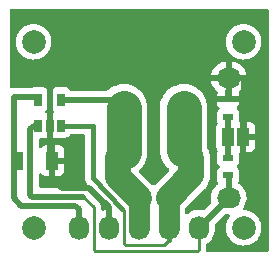
<source format=gbr>
G04 #@! TF.GenerationSoftware,KiCad,Pcbnew,(5.99.0-10512-g56058314be)*
G04 #@! TF.CreationDate,2021-05-05T19:58:24+02:00*
G04 #@! TF.ProjectId,ina169_breakout,696e6131-3639-45f6-9272-65616b6f7574,V1.2*
G04 #@! TF.SameCoordinates,Original*
G04 #@! TF.FileFunction,Copper,L1,Top*
G04 #@! TF.FilePolarity,Positive*
%FSLAX46Y46*%
G04 Gerber Fmt 4.6, Leading zero omitted, Abs format (unit mm)*
G04 Created by KiCad (PCBNEW (5.99.0-10512-g56058314be)) date 2021-05-05 19:58:24*
%MOMM*%
%LPD*%
G01*
G04 APERTURE LIST*
G04 #@! TA.AperFunction,SMDPad,CuDef*
%ADD10R,1.000000X1.600000*%
G04 #@! TD*
G04 #@! TA.AperFunction,SMDPad,CuDef*
%ADD11R,1.000000X3.200000*%
G04 #@! TD*
G04 #@! TA.AperFunction,SMDPad,CuDef*
%ADD12R,0.900000X0.500000*%
G04 #@! TD*
G04 #@! TA.AperFunction,SMDPad,CuDef*
%ADD13R,0.650000X1.060000*%
G04 #@! TD*
G04 #@! TA.AperFunction,ComponentPad*
%ADD14C,2.000000*%
G04 #@! TD*
G04 #@! TA.AperFunction,ComponentPad*
%ADD15O,1.720000X2.032000*%
G04 #@! TD*
G04 #@! TA.AperFunction,ComponentPad*
%ADD16O,2.032000X1.720000*%
G04 #@! TD*
G04 #@! TA.AperFunction,SMDPad,CuDef*
%ADD17R,1.000000X1.500000*%
G04 #@! TD*
G04 #@! TA.AperFunction,Conductor*
%ADD18C,0.254000*%
G04 #@! TD*
G04 #@! TA.AperFunction,Conductor*
%ADD19C,0.508000*%
G04 #@! TD*
G04 #@! TA.AperFunction,Conductor*
%ADD20C,2.200000*%
G04 #@! TD*
G04 #@! TA.AperFunction,Conductor*
%ADD21C,3.000000*%
G04 #@! TD*
G04 #@! TA.AperFunction,Conductor*
%ADD22C,1.778000*%
G04 #@! TD*
G04 #@! TA.AperFunction,Conductor*
%ADD23C,0.400000*%
G04 #@! TD*
G04 APERTURE END LIST*
D10*
X137692000Y-105156000D03*
X140692000Y-105156000D03*
D11*
X152452000Y-104902000D03*
X146252000Y-104902000D03*
D12*
X155575000Y-106414000D03*
X155575000Y-104914000D03*
X155575000Y-101461000D03*
X155575000Y-99961000D03*
D13*
X139512000Y-102192000D03*
X140462000Y-102192000D03*
X141412000Y-102192000D03*
X141412000Y-99992000D03*
X139512000Y-99992000D03*
D14*
X156883100Y-110845600D03*
X156883100Y-95097600D03*
X139103100Y-110845600D03*
X139103100Y-95097600D03*
D15*
X142913100Y-110845600D03*
D16*
X155613100Y-98145600D03*
D15*
X145453100Y-110845600D03*
X147993100Y-110845600D03*
X147993100Y-108305600D03*
X146723100Y-100685600D03*
X151803100Y-100685600D03*
X150533100Y-110845600D03*
X150533100Y-108305600D03*
D16*
X155613100Y-108305600D03*
D15*
X153073100Y-110845600D03*
D17*
X155560000Y-103174800D03*
X156860000Y-103174800D03*
D18*
X155663900Y-98196400D02*
X155613100Y-98145600D01*
D19*
X156883100Y-98209100D02*
X156819600Y-98145600D01*
X156819600Y-98145600D02*
X155613100Y-98145600D01*
X140487400Y-98145600D02*
X140462000Y-98171000D01*
X140462000Y-98171000D02*
X140462000Y-102192000D01*
D18*
X140462000Y-104926000D02*
X140692000Y-105156000D01*
D19*
X140692000Y-106656000D02*
X141477998Y-107441998D01*
X141477998Y-107441998D02*
X143763998Y-107441998D01*
X143763998Y-107441998D02*
X145453100Y-109131100D01*
X145453100Y-109131100D02*
X145453100Y-110845600D01*
X140692000Y-105156000D02*
X140692000Y-106656000D01*
X155613100Y-98145600D02*
X140487400Y-98145600D01*
X140462000Y-102192000D02*
X140462000Y-104926000D01*
X155676600Y-99983860D02*
X155663900Y-98196400D01*
X156883100Y-103225600D02*
X156883100Y-98209100D01*
D18*
X139507572Y-99796328D02*
X139512000Y-99791900D01*
D19*
X137444100Y-99791900D02*
X137414000Y-99822000D01*
X137414000Y-99822000D02*
X137414000Y-104394000D01*
D18*
X137414000Y-104394000D02*
X137692000Y-105156000D01*
D19*
X142913100Y-109258100D02*
X142621000Y-108966000D01*
X142621000Y-108966000D02*
X138049000Y-108966000D01*
X138049000Y-108966000D02*
X137414000Y-108331000D01*
X137414000Y-105434000D02*
X137692000Y-105156000D01*
X137414000Y-105434000D02*
X137414000Y-108331000D01*
X139512000Y-99791900D02*
X137444100Y-99791900D01*
X142913100Y-109258100D02*
X142913100Y-110845600D01*
D18*
X155613100Y-106553700D02*
X155549600Y-106490200D01*
D19*
X139108000Y-102192000D02*
X138811000Y-102489000D01*
X138811000Y-102489000D02*
X138811000Y-108076998D01*
X138811000Y-108076998D02*
X138938002Y-108204000D01*
X138938002Y-108204000D02*
X143256000Y-108204000D01*
D18*
X144183100Y-112420400D02*
X144183100Y-109131100D01*
X153073100Y-112737900D02*
X152971500Y-112839500D01*
X152971500Y-112839500D02*
X144272000Y-112839500D01*
X144272000Y-112839500D02*
X144183100Y-112750600D01*
X144183100Y-112750600D02*
X144183100Y-112420400D01*
X144183100Y-109131100D02*
X143256000Y-108204000D01*
D19*
X153073100Y-110845600D02*
X155613100Y-108305600D01*
X155613100Y-108305600D02*
X155613100Y-106553700D01*
D18*
X153073100Y-110845600D02*
X153073100Y-112737900D01*
D19*
X139108000Y-102192000D02*
X139512000Y-102192000D01*
D20*
X146723100Y-104430900D02*
X146252000Y-104902000D01*
X146252000Y-106564500D02*
X147993100Y-108305600D01*
D18*
X145829400Y-99791900D02*
X146723100Y-100685600D01*
D19*
X146029500Y-99992000D02*
X146723100Y-100685600D01*
D20*
X146252000Y-104902000D02*
X146252000Y-106564500D01*
D21*
X146723100Y-100685600D02*
X146723100Y-104430900D01*
D19*
X141412000Y-99992000D02*
X146029500Y-99992000D01*
D22*
X147993100Y-110845600D02*
X147993100Y-108305600D01*
D18*
X150622000Y-108216700D02*
X150533100Y-108305600D01*
D23*
X144163250Y-106627355D02*
X146612098Y-109274098D01*
D18*
X151803100Y-104253100D02*
X152452000Y-104902000D01*
D20*
X151803100Y-104253100D02*
X152452000Y-104902000D01*
X152452000Y-106386700D02*
X150533100Y-108305600D01*
D23*
X144102000Y-102192000D02*
X144163250Y-102253250D01*
X144163250Y-102253250D02*
X144163250Y-106627355D01*
D18*
X150533100Y-111912398D02*
X150177498Y-112268000D01*
X150177498Y-112268000D02*
X147193000Y-112268000D01*
X146812000Y-112268000D02*
X146723098Y-112179098D01*
X146723098Y-112179098D02*
X146723098Y-109385098D01*
X146723098Y-109385098D02*
X146612098Y-109274098D01*
D22*
X150533100Y-110845600D02*
X150533100Y-108305600D01*
D23*
X141412000Y-102192000D02*
X144102000Y-102192000D01*
D18*
X147193000Y-112268000D02*
X146812000Y-112268000D01*
D23*
X150533100Y-111912398D02*
X150533100Y-110845600D01*
D20*
X152452000Y-104902000D02*
X152452000Y-106386700D01*
D21*
X151803100Y-100685600D02*
X151803100Y-104253100D01*
D18*
X155625800Y-101534660D02*
X155676600Y-101483860D01*
X155549600Y-103289100D02*
X155613100Y-103225600D01*
D19*
X155575000Y-103182500D02*
X155570000Y-103187500D01*
X155575000Y-103192500D02*
X155570000Y-103187500D01*
X155575000Y-101461000D02*
X155575000Y-103182500D01*
X155575000Y-104914000D02*
X155575000Y-103192500D01*
G04 #@! TA.AperFunction,Conductor*
G36*
X158944121Y-92318002D02*
G01*
X158990614Y-92371658D01*
X159002000Y-92424000D01*
X159002000Y-112756000D01*
X158981998Y-112824121D01*
X158928342Y-112870614D01*
X158876000Y-112882000D01*
X153838415Y-112882000D01*
X153770294Y-112861998D01*
X153723801Y-112808342D01*
X153713671Y-112757982D01*
X153713283Y-112758019D01*
X153712932Y-112754307D01*
X153709159Y-112714388D01*
X153708600Y-112702531D01*
X153708600Y-112287740D01*
X153728602Y-112219619D01*
X153769235Y-112180021D01*
X153877796Y-112114145D01*
X153877803Y-112114140D01*
X153882361Y-112111374D01*
X153948335Y-112054125D01*
X154053744Y-111962656D01*
X154053746Y-111962654D01*
X154057777Y-111959156D01*
X154061160Y-111955030D01*
X154061164Y-111955026D01*
X154201652Y-111783687D01*
X154205037Y-111779559D01*
X154319932Y-111577717D01*
X154399177Y-111359403D01*
X154400126Y-111354155D01*
X154439766Y-111134942D01*
X154439767Y-111134935D01*
X154440504Y-111130858D01*
X154441600Y-111107619D01*
X154441600Y-110630673D01*
X154440666Y-110619665D01*
X154454837Y-110550098D01*
X154477120Y-110519918D01*
X155286033Y-109711005D01*
X155348345Y-109676979D01*
X155375128Y-109674100D01*
X155624798Y-109674100D01*
X155692919Y-109694102D01*
X155739412Y-109747758D01*
X155749516Y-109818032D01*
X155724894Y-109876629D01*
X155613975Y-110021705D01*
X155613972Y-110021709D01*
X155610902Y-110025725D01*
X155496185Y-110239672D01*
X155494539Y-110244453D01*
X155494537Y-110244457D01*
X155452044Y-110367865D01*
X155417149Y-110469208D01*
X155375829Y-110708428D01*
X155373287Y-110951176D01*
X155374044Y-110956179D01*
X155374044Y-110956184D01*
X155408831Y-111186204D01*
X155409588Y-111191209D01*
X155411134Y-111196025D01*
X155411135Y-111196028D01*
X155463590Y-111359403D01*
X155483800Y-111422350D01*
X155594011Y-111638653D01*
X155616648Y-111669582D01*
X155698287Y-111781127D01*
X155737388Y-111834552D01*
X155910241Y-112005008D01*
X155914366Y-112007940D01*
X155914369Y-112007942D01*
X156103998Y-112142705D01*
X156104002Y-112142708D01*
X156108123Y-112145636D01*
X156112661Y-112147869D01*
X156112666Y-112147872D01*
X156270702Y-112225635D01*
X156325943Y-112252817D01*
X156330778Y-112254295D01*
X156330780Y-112254296D01*
X156409395Y-112278330D01*
X156558098Y-112323793D01*
X156563117Y-112324480D01*
X156563119Y-112324481D01*
X156698741Y-112343059D01*
X156798614Y-112356740D01*
X156867958Y-112355045D01*
X157036243Y-112350933D01*
X157036247Y-112350933D01*
X157041304Y-112350809D01*
X157279923Y-112306152D01*
X157508334Y-112223920D01*
X157520059Y-112217421D01*
X157649561Y-112145636D01*
X157720658Y-112106226D01*
X157724636Y-112103096D01*
X157724640Y-112103093D01*
X157907458Y-111959229D01*
X157907459Y-111959228D01*
X157911434Y-111956100D01*
X157914856Y-111952379D01*
X158072331Y-111781127D01*
X158072334Y-111781123D01*
X158075754Y-111777404D01*
X158209390Y-111574734D01*
X158261932Y-111457823D01*
X158306830Y-111357922D01*
X158306832Y-111357916D01*
X158308904Y-111353306D01*
X158351046Y-111196028D01*
X158370427Y-111123698D01*
X158370427Y-111123697D01*
X158371735Y-111118816D01*
X158396268Y-110877296D01*
X158396600Y-110845600D01*
X158379308Y-110630673D01*
X158377537Y-110608661D01*
X158377536Y-110608656D01*
X158377131Y-110603620D01*
X158345343Y-110474200D01*
X158320431Y-110372779D01*
X158319224Y-110367865D01*
X158301788Y-110326787D01*
X158226345Y-110149056D01*
X158226345Y-110149055D01*
X158224369Y-110144401D01*
X158095007Y-109938978D01*
X157934465Y-109756879D01*
X157746875Y-109602791D01*
X157537062Y-109480676D01*
X157532335Y-109478862D01*
X157532332Y-109478860D01*
X157315148Y-109395491D01*
X157315144Y-109395490D01*
X157310424Y-109393678D01*
X157305474Y-109392644D01*
X157305471Y-109392643D01*
X157077743Y-109345068D01*
X157077739Y-109345068D01*
X157072792Y-109344034D01*
X156951399Y-109338522D01*
X156884256Y-109315451D01*
X156840245Y-109259742D01*
X156833339Y-109189082D01*
X156856025Y-109137440D01*
X156881050Y-109103805D01*
X156936428Y-109029374D01*
X156939519Y-109023296D01*
X157039269Y-108827100D01*
X157039269Y-108827099D01*
X157041687Y-108822344D01*
X157110559Y-108600539D01*
X157111260Y-108595251D01*
X157140375Y-108375585D01*
X157140375Y-108375581D01*
X157141075Y-108370301D01*
X157132362Y-108138212D01*
X157084669Y-107910910D01*
X157082712Y-107905954D01*
X157082710Y-107905948D01*
X157001319Y-107699855D01*
X156999360Y-107694894D01*
X156878874Y-107496339D01*
X156831287Y-107441500D01*
X156730156Y-107324956D01*
X156730154Y-107324954D01*
X156726656Y-107320923D01*
X156722530Y-107317540D01*
X156722526Y-107317536D01*
X156551187Y-107177048D01*
X156547059Y-107173663D01*
X156542423Y-107171024D01*
X156542420Y-107171022D01*
X156485536Y-107138642D01*
X156436229Y-107087560D01*
X156422368Y-107017929D01*
X156448136Y-106957249D01*
X156446210Y-106956011D01*
X156451082Y-106948431D01*
X156456984Y-106941619D01*
X156517700Y-106808670D01*
X156520025Y-106792501D01*
X156537861Y-106668448D01*
X156537862Y-106668441D01*
X156538500Y-106664000D01*
X156538500Y-106164000D01*
X156533273Y-106090921D01*
X156508767Y-106007459D01*
X156494635Y-105959330D01*
X156494634Y-105959328D01*
X156492096Y-105950684D01*
X156444598Y-105876776D01*
X156417949Y-105835309D01*
X156417947Y-105835306D01*
X156413077Y-105827729D01*
X156406266Y-105821827D01*
X156406264Y-105821825D01*
X156335570Y-105760568D01*
X156297186Y-105700842D01*
X156297186Y-105629846D01*
X156335570Y-105570120D01*
X156349958Y-105559348D01*
X156353689Y-105556950D01*
X156353690Y-105556949D01*
X156361271Y-105552077D01*
X156401046Y-105506175D01*
X156451082Y-105448431D01*
X156451084Y-105448428D01*
X156456984Y-105441619D01*
X156517700Y-105308670D01*
X156528962Y-105230340D01*
X156537861Y-105168448D01*
X156537862Y-105168441D01*
X156538500Y-105164000D01*
X156538500Y-104664000D01*
X156533273Y-104590921D01*
X156531369Y-104584438D01*
X156530171Y-104577796D01*
X156531715Y-104577517D01*
X156531713Y-104514619D01*
X156570095Y-104454892D01*
X156597316Y-104440028D01*
X156604329Y-104431935D01*
X156606000Y-104424252D01*
X156606000Y-103442348D01*
X157114000Y-103442348D01*
X157114000Y-104419685D01*
X157118475Y-104434924D01*
X157119865Y-104436129D01*
X157127548Y-104437800D01*
X157357743Y-104437800D01*
X157362250Y-104437639D01*
X157426269Y-104433060D01*
X157439491Y-104430674D01*
X157564458Y-104393981D01*
X157580692Y-104386567D01*
X157688360Y-104317374D01*
X157701847Y-104305688D01*
X157785662Y-104208960D01*
X157795307Y-104193952D01*
X157848477Y-104077525D01*
X157853502Y-104060412D01*
X157872361Y-103929246D01*
X157873000Y-103920303D01*
X157873000Y-103446915D01*
X157868525Y-103431676D01*
X157867135Y-103430471D01*
X157859452Y-103428800D01*
X157132115Y-103428800D01*
X157116876Y-103433275D01*
X157115671Y-103434665D01*
X157114000Y-103442348D01*
X156606000Y-103442348D01*
X156606000Y-101929915D01*
X156604659Y-101925348D01*
X157114000Y-101925348D01*
X157114000Y-102902685D01*
X157118475Y-102917924D01*
X157119865Y-102919129D01*
X157127548Y-102920800D01*
X157854885Y-102920800D01*
X157870124Y-102916325D01*
X157871329Y-102914935D01*
X157873000Y-102907252D01*
X157873000Y-102427057D01*
X157872839Y-102422550D01*
X157868260Y-102358531D01*
X157865874Y-102345309D01*
X157829181Y-102220342D01*
X157821767Y-102204108D01*
X157752574Y-102096440D01*
X157740888Y-102082953D01*
X157644160Y-101999138D01*
X157629152Y-101989493D01*
X157512725Y-101936323D01*
X157495612Y-101931298D01*
X157364446Y-101912439D01*
X157355505Y-101911800D01*
X157132115Y-101911800D01*
X157116876Y-101916275D01*
X157115671Y-101917665D01*
X157114000Y-101925348D01*
X156604659Y-101925348D01*
X156601525Y-101914676D01*
X156575830Y-101892411D01*
X156576394Y-101891761D01*
X156564469Y-101885251D01*
X156530437Y-101822942D01*
X156528837Y-101778213D01*
X156537860Y-101715459D01*
X156537861Y-101715444D01*
X156538500Y-101711000D01*
X156538500Y-101211000D01*
X156533273Y-101137921D01*
X156509846Y-101058136D01*
X156494635Y-101006330D01*
X156494634Y-101006328D01*
X156492096Y-100997684D01*
X156466419Y-100957730D01*
X156417949Y-100882309D01*
X156417947Y-100882306D01*
X156413077Y-100874729D01*
X156406266Y-100868827D01*
X156406264Y-100868825D01*
X156335180Y-100807230D01*
X156296796Y-100747504D01*
X156296796Y-100676508D01*
X156335180Y-100616782D01*
X156349574Y-100606007D01*
X156353359Y-100603574D01*
X156366847Y-100591888D01*
X156450662Y-100495160D01*
X156460307Y-100480152D01*
X156513477Y-100363725D01*
X156518502Y-100346612D01*
X156535422Y-100228929D01*
X156533416Y-100214973D01*
X156519885Y-100211000D01*
X154630115Y-100211000D01*
X154615186Y-100215384D01*
X154613129Y-100226785D01*
X154616740Y-100277269D01*
X154619126Y-100290491D01*
X154655819Y-100415458D01*
X154663233Y-100431692D01*
X154732426Y-100539360D01*
X154744112Y-100552847D01*
X154814864Y-100614153D01*
X154853248Y-100673879D01*
X154853248Y-100744876D01*
X154814865Y-100804602D01*
X154800475Y-100815374D01*
X154788729Y-100822923D01*
X154782828Y-100829733D01*
X154698918Y-100926569D01*
X154698916Y-100926572D01*
X154693016Y-100933381D01*
X154632300Y-101066330D01*
X154631018Y-101075245D01*
X154631018Y-101075246D01*
X154612139Y-101206552D01*
X154612138Y-101206559D01*
X154611500Y-101211000D01*
X154611500Y-101711000D01*
X154616727Y-101784079D01*
X154618631Y-101790562D01*
X154654417Y-101912439D01*
X154657904Y-101924316D01*
X154662776Y-101931897D01*
X154662777Y-101931899D01*
X154676417Y-101953124D01*
X154696419Y-102021244D01*
X154676417Y-102089365D01*
X154665644Y-102103756D01*
X154628016Y-102147181D01*
X154567300Y-102280130D01*
X154566018Y-102289045D01*
X154566018Y-102289046D01*
X154547139Y-102420352D01*
X154547138Y-102420359D01*
X154546500Y-102424800D01*
X154546500Y-103924800D01*
X154551727Y-103997879D01*
X154592904Y-104138116D01*
X154610352Y-104165266D01*
X154667051Y-104253491D01*
X154667053Y-104253494D01*
X154671923Y-104261071D01*
X154672500Y-104261571D01*
X154700262Y-104322362D01*
X154690159Y-104392636D01*
X154661728Y-104454892D01*
X154632300Y-104519330D01*
X154631018Y-104528245D01*
X154631018Y-104528246D01*
X154612139Y-104659552D01*
X154612138Y-104659559D01*
X154611500Y-104664000D01*
X154611500Y-105164000D01*
X154616727Y-105237079D01*
X154657904Y-105377316D01*
X154662775Y-105384895D01*
X154732051Y-105492691D01*
X154732053Y-105492694D01*
X154736923Y-105500271D01*
X154743734Y-105506173D01*
X154743736Y-105506175D01*
X154814430Y-105567432D01*
X154852814Y-105627158D01*
X154852814Y-105698154D01*
X154814430Y-105757880D01*
X154800042Y-105768652D01*
X154796311Y-105771050D01*
X154788729Y-105775923D01*
X154782828Y-105782733D01*
X154698918Y-105879569D01*
X154698916Y-105879572D01*
X154693016Y-105886381D01*
X154689272Y-105894579D01*
X154659192Y-105960446D01*
X154632300Y-106019330D01*
X154631018Y-106028245D01*
X154631018Y-106028246D01*
X154612139Y-106159552D01*
X154612138Y-106159559D01*
X154611500Y-106164000D01*
X154611500Y-106664000D01*
X154616727Y-106737079D01*
X154657904Y-106877316D01*
X154662774Y-106884894D01*
X154662775Y-106884896D01*
X154733195Y-106994471D01*
X154753197Y-107062592D01*
X154733195Y-107130713D01*
X154697565Y-107167111D01*
X154596460Y-107235179D01*
X154592603Y-107238858D01*
X154592601Y-107238860D01*
X154511926Y-107315820D01*
X154428409Y-107395491D01*
X154289772Y-107581826D01*
X154287356Y-107586577D01*
X154287354Y-107586581D01*
X154229763Y-107699855D01*
X154184513Y-107788856D01*
X154115641Y-108010661D01*
X154114940Y-108015948D01*
X154114940Y-108015949D01*
X154098029Y-108143543D01*
X154085125Y-108240899D01*
X154093838Y-108472988D01*
X154127274Y-108632341D01*
X154121687Y-108703115D01*
X154093054Y-108747308D01*
X153516597Y-109323765D01*
X153454285Y-109357791D01*
X153390137Y-109355002D01*
X153373140Y-109349724D01*
X153373130Y-109349722D01*
X153368039Y-109348141D01*
X153362752Y-109347440D01*
X153362751Y-109347440D01*
X153143085Y-109318325D01*
X153143081Y-109318325D01*
X153137801Y-109317625D01*
X153132472Y-109317825D01*
X153132470Y-109317825D01*
X153021757Y-109321981D01*
X152905712Y-109326338D01*
X152678410Y-109374031D01*
X152673454Y-109375988D01*
X152673448Y-109375990D01*
X152518848Y-109437045D01*
X152462394Y-109459340D01*
X152263839Y-109579826D01*
X152259809Y-109583323D01*
X152139180Y-109687999D01*
X152074620Y-109717538D01*
X152004339Y-109707484D01*
X151950651Y-109661029D01*
X151930600Y-109592833D01*
X151930600Y-109235052D01*
X151950602Y-109166931D01*
X151967505Y-109145957D01*
X153540949Y-107572513D01*
X153548214Y-107565797D01*
X153589155Y-107530830D01*
X153592917Y-107527617D01*
X153665712Y-107442385D01*
X153754134Y-107338857D01*
X153754138Y-107338852D01*
X153757349Y-107335092D01*
X153889639Y-107119214D01*
X153895331Y-107105474D01*
X153984636Y-106889872D01*
X153984637Y-106889870D01*
X153986530Y-106885299D01*
X154026664Y-106718128D01*
X154044480Y-106643920D01*
X154044481Y-106643914D01*
X154045635Y-106639107D01*
X154060500Y-106450231D01*
X154065500Y-106386700D01*
X154065104Y-106381662D01*
X154060888Y-106328100D01*
X154060500Y-106318214D01*
X154060500Y-104970487D01*
X154060888Y-104960601D01*
X154065112Y-104906930D01*
X154065500Y-104902000D01*
X154051976Y-104730156D01*
X154045635Y-104649593D01*
X153986530Y-104403401D01*
X153955186Y-104327729D01*
X153891534Y-104174060D01*
X153891532Y-104174056D01*
X153889639Y-104169486D01*
X153830167Y-104072436D01*
X153811600Y-104006602D01*
X153811600Y-100614096D01*
X153811447Y-100611906D01*
X153797312Y-100409760D01*
X153797311Y-100409755D01*
X153797005Y-100405375D01*
X153738600Y-100130604D01*
X153691490Y-100001169D01*
X153644033Y-99870781D01*
X153644031Y-99870777D01*
X153642524Y-99866636D01*
X153640456Y-99862746D01*
X153640453Y-99862740D01*
X153512715Y-99622500D01*
X153512711Y-99622494D01*
X153510645Y-99618608D01*
X153466811Y-99558275D01*
X153348119Y-99394910D01*
X153348117Y-99394907D01*
X153345530Y-99391347D01*
X153247928Y-99290277D01*
X153153448Y-99192440D01*
X153153444Y-99192437D01*
X153150394Y-99189278D01*
X153146930Y-99186572D01*
X153146926Y-99186568D01*
X152932501Y-99019041D01*
X152932502Y-99019041D01*
X152929035Y-99016333D01*
X152786437Y-98934004D01*
X152689580Y-98878083D01*
X152689575Y-98878080D01*
X152685760Y-98875878D01*
X152681676Y-98874228D01*
X152681670Y-98874225D01*
X152429387Y-98772297D01*
X152425306Y-98770648D01*
X152385211Y-98760651D01*
X152157012Y-98703755D01*
X152157014Y-98703755D01*
X152152741Y-98702690D01*
X152148373Y-98702231D01*
X152148368Y-98702230D01*
X151877739Y-98673786D01*
X151877736Y-98673786D01*
X151873370Y-98673327D01*
X151868982Y-98673480D01*
X151868976Y-98673480D01*
X151597029Y-98682976D01*
X151597022Y-98682977D01*
X151592632Y-98683130D01*
X151588308Y-98683893D01*
X151588303Y-98683893D01*
X151475663Y-98703755D01*
X151315990Y-98731910D01*
X151048830Y-98818715D01*
X151044877Y-98820643D01*
X151044872Y-98820645D01*
X150955254Y-98864355D01*
X150796350Y-98941858D01*
X150792711Y-98944313D01*
X150792705Y-98944316D01*
X150685936Y-99016333D01*
X150563466Y-99098940D01*
X150354709Y-99286905D01*
X150292201Y-99361399D01*
X150176972Y-99498723D01*
X150176968Y-99498728D01*
X150174144Y-99502094D01*
X150025285Y-99740319D01*
X149911029Y-99996942D01*
X149833600Y-100266970D01*
X149832989Y-100271320D01*
X149832988Y-100271323D01*
X149830294Y-100290491D01*
X149794600Y-100544469D01*
X149794600Y-104324604D01*
X149794753Y-104326790D01*
X149794753Y-104326794D01*
X149808840Y-104528246D01*
X149809195Y-104533325D01*
X149867600Y-104808096D01*
X149869103Y-104812225D01*
X149869104Y-104812229D01*
X149899984Y-104897070D01*
X149963676Y-105072064D01*
X149965744Y-105075954D01*
X149965747Y-105075960D01*
X150093485Y-105316200D01*
X150093489Y-105316206D01*
X150095555Y-105320092D01*
X150098142Y-105323652D01*
X150098144Y-105323656D01*
X150226463Y-105500271D01*
X150260670Y-105547353D01*
X150263726Y-105550517D01*
X150263728Y-105550520D01*
X150408893Y-105700842D01*
X150455806Y-105749422D01*
X150544958Y-105819075D01*
X150586323Y-105876776D01*
X150589926Y-105947681D01*
X150556479Y-106007459D01*
X149352195Y-107211743D01*
X149289883Y-107245769D01*
X149219068Y-107240704D01*
X149174005Y-107211743D01*
X148065613Y-106103351D01*
X148031587Y-106041039D01*
X148036652Y-105970224D01*
X148070397Y-105920620D01*
X148085796Y-105906755D01*
X148171491Y-105829595D01*
X148248353Y-105737994D01*
X148349228Y-105617777D01*
X148349232Y-105617772D01*
X148352056Y-105614406D01*
X148476986Y-105414475D01*
X148498588Y-105379905D01*
X148500915Y-105376181D01*
X148615171Y-105119558D01*
X148692600Y-104849530D01*
X148731600Y-104572031D01*
X148731600Y-100614096D01*
X148731447Y-100611906D01*
X148717312Y-100409760D01*
X148717311Y-100409755D01*
X148717005Y-100405375D01*
X148658600Y-100130604D01*
X148611490Y-100001169D01*
X148564033Y-99870781D01*
X148564031Y-99870777D01*
X148562524Y-99866636D01*
X148560456Y-99862746D01*
X148560453Y-99862740D01*
X148432715Y-99622500D01*
X148432711Y-99622494D01*
X148430645Y-99618608D01*
X148386811Y-99558275D01*
X148268119Y-99394910D01*
X148268117Y-99394907D01*
X148265530Y-99391347D01*
X148167928Y-99290277D01*
X148073448Y-99192440D01*
X148073444Y-99192437D01*
X148070394Y-99189278D01*
X148066930Y-99186572D01*
X148066926Y-99186568D01*
X147852501Y-99019041D01*
X147852502Y-99019041D01*
X147849035Y-99016333D01*
X147706437Y-98934004D01*
X147609580Y-98878083D01*
X147609575Y-98878080D01*
X147605760Y-98875878D01*
X147601676Y-98874228D01*
X147601670Y-98874225D01*
X147349387Y-98772297D01*
X147345306Y-98770648D01*
X147305211Y-98760651D01*
X147077012Y-98703755D01*
X147077014Y-98703755D01*
X147072741Y-98702690D01*
X147068373Y-98702231D01*
X147068368Y-98702230D01*
X146797739Y-98673786D01*
X146797736Y-98673786D01*
X146793370Y-98673327D01*
X146788982Y-98673480D01*
X146788976Y-98673480D01*
X146517029Y-98682976D01*
X146517022Y-98682977D01*
X146512632Y-98683130D01*
X146508308Y-98683893D01*
X146508303Y-98683893D01*
X146395663Y-98703755D01*
X146235990Y-98731910D01*
X145968830Y-98818715D01*
X145964877Y-98820643D01*
X145964872Y-98820645D01*
X145875254Y-98864355D01*
X145716350Y-98941858D01*
X145712711Y-98944313D01*
X145712705Y-98944316D01*
X145605936Y-99016333D01*
X145483466Y-99098940D01*
X145480197Y-99101884D01*
X145480195Y-99101885D01*
X145374408Y-99197136D01*
X145310401Y-99227854D01*
X145290098Y-99229500D01*
X142260568Y-99229500D01*
X142192447Y-99209498D01*
X142154570Y-99171621D01*
X142146486Y-99159042D01*
X142125077Y-99125729D01*
X142097560Y-99101885D01*
X142021431Y-99035918D01*
X142021428Y-99035916D01*
X142014619Y-99030016D01*
X141881670Y-98969300D01*
X141872755Y-98968018D01*
X141872754Y-98968018D01*
X141741448Y-98949139D01*
X141741441Y-98949138D01*
X141737000Y-98948500D01*
X141087000Y-98948500D01*
X141013921Y-98953727D01*
X140960884Y-98969300D01*
X140882330Y-98992365D01*
X140882328Y-98992366D01*
X140873684Y-98994904D01*
X140866105Y-98999775D01*
X140758309Y-99069051D01*
X140758306Y-99069053D01*
X140750729Y-99073923D01*
X140744828Y-99080733D01*
X140660918Y-99177569D01*
X140660916Y-99177572D01*
X140655016Y-99184381D01*
X140594300Y-99317330D01*
X140593018Y-99326245D01*
X140593018Y-99326246D01*
X140587964Y-99361399D01*
X140558471Y-99425980D01*
X140498745Y-99464364D01*
X140427748Y-99464364D01*
X140368022Y-99425981D01*
X140342350Y-99378966D01*
X140306635Y-99257330D01*
X140306634Y-99257328D01*
X140304096Y-99248684D01*
X140258393Y-99177569D01*
X140229949Y-99133309D01*
X140229947Y-99133306D01*
X140225077Y-99125729D01*
X140197560Y-99101885D01*
X140121431Y-99035918D01*
X140121428Y-99035916D01*
X140114619Y-99030016D01*
X139981670Y-98969300D01*
X139972755Y-98968018D01*
X139972754Y-98968018D01*
X139841448Y-98949139D01*
X139841441Y-98949138D01*
X139837000Y-98948500D01*
X139187000Y-98948500D01*
X139113921Y-98953727D01*
X139048140Y-98973042D01*
X138982334Y-98992364D01*
X138982333Y-98992364D01*
X138973684Y-98994904D01*
X138951132Y-99009398D01*
X138883012Y-99029400D01*
X137510212Y-99029400D01*
X137491264Y-99027967D01*
X137480121Y-99026272D01*
X137478117Y-99025967D01*
X137478115Y-99025967D01*
X137470885Y-99024867D01*
X137463593Y-99025460D01*
X137463590Y-99025460D01*
X137420257Y-99028985D01*
X137410042Y-99029400D01*
X137401214Y-99029400D01*
X137397592Y-99029822D01*
X137397579Y-99029823D01*
X137371212Y-99032897D01*
X137366854Y-99033328D01*
X137339243Y-99035574D01*
X137301008Y-99038684D01*
X137301004Y-99038685D01*
X137293711Y-99039278D01*
X137286751Y-99041533D01*
X137280768Y-99042728D01*
X137274807Y-99044137D01*
X137267537Y-99044985D01*
X137250694Y-99051099D01*
X137246994Y-99052442D01*
X137176136Y-99056885D01*
X137114125Y-99022313D01*
X137080649Y-98959705D01*
X137078000Y-98934004D01*
X137078000Y-98414180D01*
X154115579Y-98414180D01*
X154140913Y-98534919D01*
X154143973Y-98545116D01*
X154225325Y-98751114D01*
X154230059Y-98760651D01*
X154344960Y-98950003D01*
X154351231Y-98958601D01*
X154496388Y-99125880D01*
X154504023Y-99133306D01*
X154668702Y-99268333D01*
X154708696Y-99326992D01*
X154710628Y-99397963D01*
X154694810Y-99433887D01*
X154689693Y-99441850D01*
X154636523Y-99558275D01*
X154631498Y-99575388D01*
X154614578Y-99693071D01*
X154616584Y-99707027D01*
X154630115Y-99711000D01*
X155306885Y-99711000D01*
X155322124Y-99706525D01*
X155323329Y-99705135D01*
X155325000Y-99697452D01*
X155325000Y-99567148D01*
X155825000Y-99567148D01*
X155825000Y-99692885D01*
X155829475Y-99708124D01*
X155830865Y-99709329D01*
X155838548Y-99711000D01*
X156519885Y-99711000D01*
X156534814Y-99706616D01*
X156536871Y-99695215D01*
X156533260Y-99644731D01*
X156530874Y-99631509D01*
X156494181Y-99506542D01*
X156486769Y-99490312D01*
X156473318Y-99469382D01*
X156453316Y-99401261D01*
X156473318Y-99333141D01*
X156508949Y-99296741D01*
X156625001Y-99218611D01*
X156633286Y-99211950D01*
X156793559Y-99059056D01*
X156800599Y-99051099D01*
X156932817Y-98873392D01*
X156938421Y-98864355D01*
X157038806Y-98666912D01*
X157042806Y-98657061D01*
X157108489Y-98445527D01*
X157110772Y-98435143D01*
X157113103Y-98417557D01*
X157110907Y-98403393D01*
X157097720Y-98399600D01*
X155885215Y-98399600D01*
X155869976Y-98404075D01*
X155868771Y-98405465D01*
X155867100Y-98413148D01*
X155867100Y-99465812D01*
X155847098Y-99533933D01*
X155836325Y-99548324D01*
X155826671Y-99559465D01*
X155825000Y-99567148D01*
X155325000Y-99567148D01*
X155325000Y-99241555D01*
X155345002Y-99173434D01*
X155355776Y-99159042D01*
X155357429Y-99157135D01*
X155359100Y-99149452D01*
X155359100Y-98417715D01*
X155354625Y-98402476D01*
X155353235Y-98401271D01*
X155345552Y-98399600D01*
X154130635Y-98399600D01*
X154117104Y-98403573D01*
X154115579Y-98414180D01*
X137078000Y-98414180D01*
X137078000Y-97873643D01*
X154113097Y-97873643D01*
X154115293Y-97887807D01*
X154128480Y-97891600D01*
X155340985Y-97891600D01*
X155356224Y-97887125D01*
X155357429Y-97885735D01*
X155359100Y-97878052D01*
X155359100Y-96799030D01*
X155356786Y-96791148D01*
X155867100Y-96791148D01*
X155867100Y-97873485D01*
X155871575Y-97888724D01*
X155872965Y-97889929D01*
X155880648Y-97891600D01*
X157095565Y-97891600D01*
X157109096Y-97887627D01*
X157110621Y-97877020D01*
X157085287Y-97756281D01*
X157082227Y-97746084D01*
X157000875Y-97540086D01*
X156996141Y-97530549D01*
X156881240Y-97341197D01*
X156874969Y-97332599D01*
X156729812Y-97165320D01*
X156722176Y-97157894D01*
X156550904Y-97017459D01*
X156542137Y-97011434D01*
X156349651Y-96901865D01*
X156339987Y-96897399D01*
X156131788Y-96821826D01*
X156121521Y-96819056D01*
X155902395Y-96779432D01*
X155894165Y-96778498D01*
X155883820Y-96778010D01*
X155869976Y-96782075D01*
X155868771Y-96783465D01*
X155867100Y-96791148D01*
X155356786Y-96791148D01*
X155354790Y-96784352D01*
X155342907Y-96782289D01*
X155231075Y-96791778D01*
X155220603Y-96793568D01*
X155006214Y-96849213D01*
X154996174Y-96852748D01*
X154794223Y-96943721D01*
X154784937Y-96948890D01*
X154601199Y-97072589D01*
X154592914Y-97079250D01*
X154432641Y-97232144D01*
X154425601Y-97240101D01*
X154293383Y-97417808D01*
X154287779Y-97426845D01*
X154187394Y-97624288D01*
X154183394Y-97634139D01*
X154117711Y-97845673D01*
X154115428Y-97856057D01*
X154113097Y-97873643D01*
X137078000Y-97873643D01*
X137078000Y-95203176D01*
X137593287Y-95203176D01*
X137629588Y-95443209D01*
X137631134Y-95448025D01*
X137631135Y-95448028D01*
X137680064Y-95600421D01*
X137703800Y-95674350D01*
X137814011Y-95890653D01*
X137817001Y-95894738D01*
X137918287Y-96033127D01*
X137957388Y-96086552D01*
X138130241Y-96257008D01*
X138134366Y-96259940D01*
X138134369Y-96259942D01*
X138323998Y-96394705D01*
X138324002Y-96394708D01*
X138328123Y-96397636D01*
X138332661Y-96399869D01*
X138332666Y-96399872D01*
X138490702Y-96477635D01*
X138545943Y-96504817D01*
X138550778Y-96506295D01*
X138550780Y-96506296D01*
X138629395Y-96530330D01*
X138778098Y-96575793D01*
X138783117Y-96576480D01*
X138783119Y-96576481D01*
X138958340Y-96600483D01*
X139018614Y-96608740D01*
X139087958Y-96607045D01*
X139256243Y-96602933D01*
X139256247Y-96602933D01*
X139261304Y-96602809D01*
X139499923Y-96558152D01*
X139728334Y-96475920D01*
X139940658Y-96358226D01*
X139944636Y-96355096D01*
X139944640Y-96355093D01*
X140127458Y-96211229D01*
X140127459Y-96211228D01*
X140131434Y-96208100D01*
X140243204Y-96086552D01*
X140292331Y-96033127D01*
X140292334Y-96033123D01*
X140295754Y-96029404D01*
X140429390Y-95826734D01*
X140495846Y-95678863D01*
X140526830Y-95609922D01*
X140526832Y-95609916D01*
X140528904Y-95605306D01*
X140571046Y-95448028D01*
X140590427Y-95375698D01*
X140590427Y-95375697D01*
X140591735Y-95370816D01*
X140608763Y-95203176D01*
X155373287Y-95203176D01*
X155409588Y-95443209D01*
X155411134Y-95448025D01*
X155411135Y-95448028D01*
X155460064Y-95600421D01*
X155483800Y-95674350D01*
X155594011Y-95890653D01*
X155597001Y-95894738D01*
X155698287Y-96033127D01*
X155737388Y-96086552D01*
X155910241Y-96257008D01*
X155914366Y-96259940D01*
X155914369Y-96259942D01*
X156103998Y-96394705D01*
X156104002Y-96394708D01*
X156108123Y-96397636D01*
X156112661Y-96399869D01*
X156112666Y-96399872D01*
X156270702Y-96477635D01*
X156325943Y-96504817D01*
X156330778Y-96506295D01*
X156330780Y-96506296D01*
X156409395Y-96530330D01*
X156558098Y-96575793D01*
X156563117Y-96576480D01*
X156563119Y-96576481D01*
X156738340Y-96600483D01*
X156798614Y-96608740D01*
X156867958Y-96607045D01*
X157036243Y-96602933D01*
X157036247Y-96602933D01*
X157041304Y-96602809D01*
X157279923Y-96558152D01*
X157508334Y-96475920D01*
X157720658Y-96358226D01*
X157724636Y-96355096D01*
X157724640Y-96355093D01*
X157907458Y-96211229D01*
X157907459Y-96211228D01*
X157911434Y-96208100D01*
X158023204Y-96086552D01*
X158072331Y-96033127D01*
X158072334Y-96033123D01*
X158075754Y-96029404D01*
X158209390Y-95826734D01*
X158275846Y-95678863D01*
X158306830Y-95609922D01*
X158306832Y-95609916D01*
X158308904Y-95605306D01*
X158351046Y-95448028D01*
X158370427Y-95375698D01*
X158370427Y-95375697D01*
X158371735Y-95370816D01*
X158396268Y-95129296D01*
X158396600Y-95097600D01*
X158377131Y-94855620D01*
X158345343Y-94726200D01*
X158320431Y-94624779D01*
X158319224Y-94619865D01*
X158266841Y-94496457D01*
X158226345Y-94401056D01*
X158226345Y-94401055D01*
X158224369Y-94396401D01*
X158095007Y-94190978D01*
X157934465Y-94008879D01*
X157746875Y-93854791D01*
X157537062Y-93732676D01*
X157532335Y-93730862D01*
X157532332Y-93730860D01*
X157315148Y-93647491D01*
X157315144Y-93647490D01*
X157310424Y-93645678D01*
X157305474Y-93644644D01*
X157305471Y-93644643D01*
X157077743Y-93597068D01*
X157077739Y-93597068D01*
X157072792Y-93596034D01*
X156830280Y-93585022D01*
X156825260Y-93585603D01*
X156825256Y-93585603D01*
X156594156Y-93612342D01*
X156589126Y-93612924D01*
X156584255Y-93614302D01*
X156584252Y-93614303D01*
X156477055Y-93644637D01*
X156355536Y-93679024D01*
X156245528Y-93730321D01*
X156140101Y-93779482D01*
X156140097Y-93779484D01*
X156135519Y-93781619D01*
X155934735Y-93918072D01*
X155758350Y-94084871D01*
X155755272Y-94088897D01*
X155755271Y-94088898D01*
X155613975Y-94273705D01*
X155613972Y-94273709D01*
X155610902Y-94277725D01*
X155496185Y-94491672D01*
X155494539Y-94496453D01*
X155494537Y-94496457D01*
X155452044Y-94619865D01*
X155417149Y-94721208D01*
X155375829Y-94960428D01*
X155373287Y-95203176D01*
X140608763Y-95203176D01*
X140616268Y-95129296D01*
X140616600Y-95097600D01*
X140597131Y-94855620D01*
X140565343Y-94726200D01*
X140540431Y-94624779D01*
X140539224Y-94619865D01*
X140486841Y-94496457D01*
X140446345Y-94401056D01*
X140446345Y-94401055D01*
X140444369Y-94396401D01*
X140315007Y-94190978D01*
X140154465Y-94008879D01*
X139966875Y-93854791D01*
X139757062Y-93732676D01*
X139752335Y-93730862D01*
X139752332Y-93730860D01*
X139535148Y-93647491D01*
X139535144Y-93647490D01*
X139530424Y-93645678D01*
X139525474Y-93644644D01*
X139525471Y-93644643D01*
X139297743Y-93597068D01*
X139297739Y-93597068D01*
X139292792Y-93596034D01*
X139050280Y-93585022D01*
X139045260Y-93585603D01*
X139045256Y-93585603D01*
X138814156Y-93612342D01*
X138809126Y-93612924D01*
X138804255Y-93614302D01*
X138804252Y-93614303D01*
X138697055Y-93644637D01*
X138575536Y-93679024D01*
X138465528Y-93730321D01*
X138360101Y-93779482D01*
X138360097Y-93779484D01*
X138355519Y-93781619D01*
X138154735Y-93918072D01*
X137978350Y-94084871D01*
X137975272Y-94088897D01*
X137975271Y-94088898D01*
X137833975Y-94273705D01*
X137833972Y-94273709D01*
X137830902Y-94277725D01*
X137716185Y-94491672D01*
X137714539Y-94496453D01*
X137714537Y-94496457D01*
X137672044Y-94619865D01*
X137637149Y-94721208D01*
X137595829Y-94960428D01*
X137593287Y-95203176D01*
X137078000Y-95203176D01*
X137078000Y-92424000D01*
X137098002Y-92355879D01*
X137151658Y-92309386D01*
X137204000Y-92298000D01*
X158876000Y-92298000D01*
X158944121Y-92318002D01*
G37*
G04 #@! TD.AperFunction*
G04 #@! TA.AperFunction,Conductor*
G36*
X140555978Y-102758019D02*
G01*
X140581650Y-102805034D01*
X140615642Y-102920800D01*
X140619904Y-102935316D01*
X140655960Y-102991420D01*
X140695998Y-103053720D01*
X140716000Y-103121841D01*
X140716000Y-103216885D01*
X140720475Y-103232124D01*
X140721865Y-103233329D01*
X140729548Y-103235000D01*
X140784743Y-103235000D01*
X140789250Y-103234839D01*
X140853269Y-103230260D01*
X140866488Y-103227875D01*
X140895238Y-103219433D01*
X140948667Y-103215611D01*
X141053997Y-103230755D01*
X141082555Y-103234861D01*
X141082556Y-103234861D01*
X141087000Y-103235500D01*
X141737000Y-103235500D01*
X141810079Y-103230273D01*
X141888165Y-103207345D01*
X141941670Y-103191635D01*
X141941672Y-103191634D01*
X141950316Y-103189096D01*
X142004951Y-103153984D01*
X142065691Y-103114949D01*
X142065694Y-103114947D01*
X142073271Y-103110077D01*
X142079172Y-103103267D01*
X142163082Y-103006431D01*
X142163084Y-103006428D01*
X142168984Y-102999619D01*
X142172728Y-102991421D01*
X142172729Y-102991420D01*
X142180613Y-102974156D01*
X142227106Y-102920501D01*
X142295226Y-102900500D01*
X143328750Y-102900500D01*
X143396871Y-102920502D01*
X143443364Y-102974158D01*
X143454750Y-103026500D01*
X143454750Y-106584282D01*
X143454031Y-106597725D01*
X143449815Y-106637017D01*
X143450829Y-106644540D01*
X143450829Y-106644541D01*
X143460519Y-106716435D01*
X143460735Y-106718128D01*
X143470346Y-106797549D01*
X143472064Y-106802096D01*
X143472714Y-106806917D01*
X143502063Y-106881514D01*
X143502642Y-106883018D01*
X143521688Y-106933421D01*
X143530944Y-106957917D01*
X143533699Y-106961925D01*
X143535479Y-106966450D01*
X143539861Y-106972645D01*
X143539863Y-106972648D01*
X143581725Y-107031823D01*
X143582681Y-107033194D01*
X143628046Y-107099201D01*
X143660702Y-107128297D01*
X143669354Y-107136788D01*
X144311166Y-107830466D01*
X145673586Y-109302986D01*
X145705167Y-109366572D01*
X145707100Y-109388557D01*
X145707100Y-110973600D01*
X145687098Y-111041721D01*
X145633442Y-111088214D01*
X145581100Y-111099600D01*
X145325100Y-111099600D01*
X145256979Y-111079598D01*
X145210486Y-111025942D01*
X145199100Y-110973600D01*
X145199100Y-109363135D01*
X145195127Y-109349604D01*
X145184520Y-109348079D01*
X145063781Y-109373413D01*
X145053583Y-109376473D01*
X144990881Y-109401235D01*
X144920175Y-109407653D01*
X144857224Y-109374825D01*
X144822014Y-109313175D01*
X144818600Y-109284043D01*
X144818600Y-109209583D01*
X144819111Y-109198739D01*
X144820757Y-109191376D01*
X144818662Y-109124711D01*
X144818600Y-109120753D01*
X144818600Y-109091520D01*
X144818038Y-109087069D01*
X144817108Y-109075251D01*
X144815963Y-109038823D01*
X144815963Y-109038822D01*
X144815714Y-109030903D01*
X144810036Y-109011358D01*
X144806031Y-108992019D01*
X144803478Y-108971814D01*
X144800559Y-108964441D01*
X144787144Y-108930557D01*
X144783299Y-108919328D01*
X144773133Y-108884339D01*
X144770922Y-108876727D01*
X144760561Y-108859207D01*
X144751866Y-108841460D01*
X144744374Y-108822537D01*
X144718300Y-108786649D01*
X144711782Y-108776727D01*
X144692236Y-108743676D01*
X144692234Y-108743673D01*
X144689194Y-108738533D01*
X144688656Y-108737924D01*
X144674618Y-108723886D01*
X144661777Y-108708852D01*
X144654664Y-108699061D01*
X144654661Y-108699058D01*
X144650004Y-108692648D01*
X144616227Y-108664706D01*
X144607448Y-108656716D01*
X144031832Y-108081099D01*
X143996748Y-108013344D01*
X143993513Y-107994519D01*
X143992273Y-107987303D01*
X143922675Y-107823735D01*
X143918342Y-107817847D01*
X143918339Y-107817842D01*
X143821656Y-107686466D01*
X143817314Y-107680566D01*
X143795756Y-107662251D01*
X143687422Y-107570214D01*
X143687418Y-107570211D01*
X143681843Y-107565475D01*
X143523529Y-107484636D01*
X143516420Y-107482896D01*
X143516416Y-107482895D01*
X143430183Y-107461794D01*
X143350864Y-107442385D01*
X143345267Y-107442038D01*
X143345262Y-107442037D01*
X143338539Y-107441620D01*
X143338526Y-107441620D01*
X143336598Y-107441500D01*
X139699500Y-107441500D01*
X139631379Y-107421498D01*
X139584886Y-107367842D01*
X139573500Y-107315500D01*
X139573500Y-106361447D01*
X139593502Y-106293326D01*
X139647158Y-106246833D01*
X139717432Y-106236729D01*
X139782012Y-106266223D01*
X139794725Y-106278935D01*
X139811111Y-106297846D01*
X139907840Y-106381662D01*
X139922848Y-106391307D01*
X140039275Y-106444477D01*
X140056388Y-106449502D01*
X140187554Y-106468361D01*
X140196495Y-106469000D01*
X140419885Y-106469000D01*
X140435124Y-106464525D01*
X140436329Y-106463135D01*
X140438000Y-106455452D01*
X140438000Y-105423548D01*
X140946000Y-105423548D01*
X140946000Y-106450885D01*
X140950475Y-106466124D01*
X140951865Y-106467329D01*
X140959548Y-106469000D01*
X141189743Y-106469000D01*
X141194250Y-106468839D01*
X141258269Y-106464260D01*
X141271491Y-106461874D01*
X141396458Y-106425181D01*
X141412692Y-106417767D01*
X141520360Y-106348574D01*
X141533847Y-106336888D01*
X141617662Y-106240160D01*
X141627307Y-106225152D01*
X141680477Y-106108725D01*
X141685502Y-106091612D01*
X141704361Y-105960446D01*
X141705000Y-105951505D01*
X141705000Y-105428115D01*
X141700525Y-105412876D01*
X141699135Y-105411671D01*
X141691452Y-105410000D01*
X140964115Y-105410000D01*
X140948876Y-105414475D01*
X140947671Y-105415865D01*
X140946000Y-105423548D01*
X140438000Y-105423548D01*
X140438000Y-103861115D01*
X140436659Y-103856548D01*
X140946000Y-103856548D01*
X140946000Y-104883885D01*
X140950475Y-104899124D01*
X140951865Y-104900329D01*
X140959548Y-104902000D01*
X141686885Y-104902000D01*
X141702124Y-104897525D01*
X141703329Y-104896135D01*
X141705000Y-104888452D01*
X141705000Y-104358257D01*
X141704839Y-104353750D01*
X141700260Y-104289731D01*
X141697874Y-104276509D01*
X141661181Y-104151542D01*
X141653767Y-104135308D01*
X141584574Y-104027640D01*
X141572888Y-104014153D01*
X141476160Y-103930338D01*
X141461152Y-103920693D01*
X141344725Y-103867523D01*
X141327612Y-103862498D01*
X141196446Y-103843639D01*
X141187505Y-103843000D01*
X140964115Y-103843000D01*
X140948876Y-103847475D01*
X140947671Y-103848865D01*
X140946000Y-103856548D01*
X140436659Y-103856548D01*
X140433525Y-103845876D01*
X140432135Y-103844671D01*
X140424452Y-103843000D01*
X140194257Y-103843000D01*
X140189750Y-103843161D01*
X140125731Y-103847740D01*
X140112509Y-103850126D01*
X139987542Y-103886819D01*
X139971308Y-103894233D01*
X139863640Y-103963426D01*
X139850153Y-103975112D01*
X139794725Y-104039080D01*
X139734999Y-104077464D01*
X139664002Y-104077464D01*
X139604276Y-104039081D01*
X139574783Y-103974500D01*
X139573500Y-103956568D01*
X139573500Y-103361500D01*
X139593502Y-103293379D01*
X139647158Y-103246886D01*
X139699500Y-103235500D01*
X139837000Y-103235500D01*
X139910079Y-103230273D01*
X139947562Y-103219267D01*
X140000992Y-103215445D01*
X140132554Y-103234361D01*
X140141495Y-103235000D01*
X140189885Y-103235000D01*
X140205124Y-103230525D01*
X140206329Y-103229135D01*
X140208000Y-103221452D01*
X140208000Y-103116994D01*
X140228002Y-103048873D01*
X140238775Y-103034482D01*
X140263082Y-103006430D01*
X140268984Y-102999619D01*
X140311167Y-102907252D01*
X140325958Y-102874864D01*
X140325958Y-102874863D01*
X140329700Y-102866670D01*
X140336036Y-102822601D01*
X140365529Y-102758020D01*
X140425255Y-102719636D01*
X140496252Y-102719636D01*
X140555978Y-102758019D01*
G37*
G04 #@! TD.AperFunction*
G04 #@! TA.AperFunction,Conductor*
G36*
X140555978Y-100558019D02*
G01*
X140581650Y-100605034D01*
X140614908Y-100718300D01*
X140619904Y-100735316D01*
X140624775Y-100742895D01*
X140694051Y-100850691D01*
X140694053Y-100850694D01*
X140698923Y-100858271D01*
X140705733Y-100864172D01*
X140784040Y-100932026D01*
X140822423Y-100991752D01*
X140822423Y-101062749D01*
X140784039Y-101122475D01*
X140737024Y-101148146D01*
X140718876Y-101153475D01*
X140717671Y-101154865D01*
X140716000Y-101162548D01*
X140716000Y-101267006D01*
X140695998Y-101335127D01*
X140685225Y-101349518D01*
X140655016Y-101384381D01*
X140651272Y-101392579D01*
X140598122Y-101508962D01*
X140594300Y-101517330D01*
X140593018Y-101526245D01*
X140593018Y-101526246D01*
X140587964Y-101561399D01*
X140558471Y-101625980D01*
X140498745Y-101664364D01*
X140427748Y-101664364D01*
X140368022Y-101625981D01*
X140342350Y-101578966D01*
X140306635Y-101457330D01*
X140306634Y-101457328D01*
X140304096Y-101448684D01*
X140258393Y-101377569D01*
X140228002Y-101330280D01*
X140208000Y-101262159D01*
X140208000Y-101167115D01*
X140203525Y-101151876D01*
X140202135Y-101150671D01*
X140198116Y-101149797D01*
X140135803Y-101115773D01*
X140101777Y-101053461D01*
X140106841Y-100982645D01*
X140149386Y-100925809D01*
X140156775Y-100920679D01*
X140165689Y-100914950D01*
X140165690Y-100914949D01*
X140173271Y-100910077D01*
X140198900Y-100880500D01*
X140263082Y-100806431D01*
X140263084Y-100806428D01*
X140268984Y-100799619D01*
X140329700Y-100666670D01*
X140336036Y-100622601D01*
X140365529Y-100558020D01*
X140425255Y-100519636D01*
X140496252Y-100519636D01*
X140555978Y-100558019D01*
G37*
G04 #@! TD.AperFunction*
M02*

</source>
